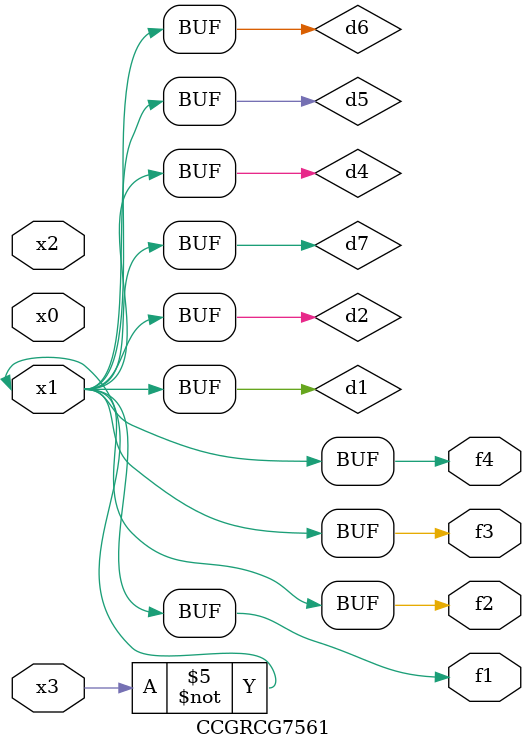
<source format=v>
module CCGRCG7561(
	input x0, x1, x2, x3,
	output f1, f2, f3, f4
);

	wire d1, d2, d3, d4, d5, d6, d7;

	not (d1, x3);
	buf (d2, x1);
	xnor (d3, d1, d2);
	nor (d4, d1);
	buf (d5, d1, d2);
	buf (d6, d4, d5);
	nand (d7, d4);
	assign f1 = d6;
	assign f2 = d7;
	assign f3 = d6;
	assign f4 = d6;
endmodule

</source>
